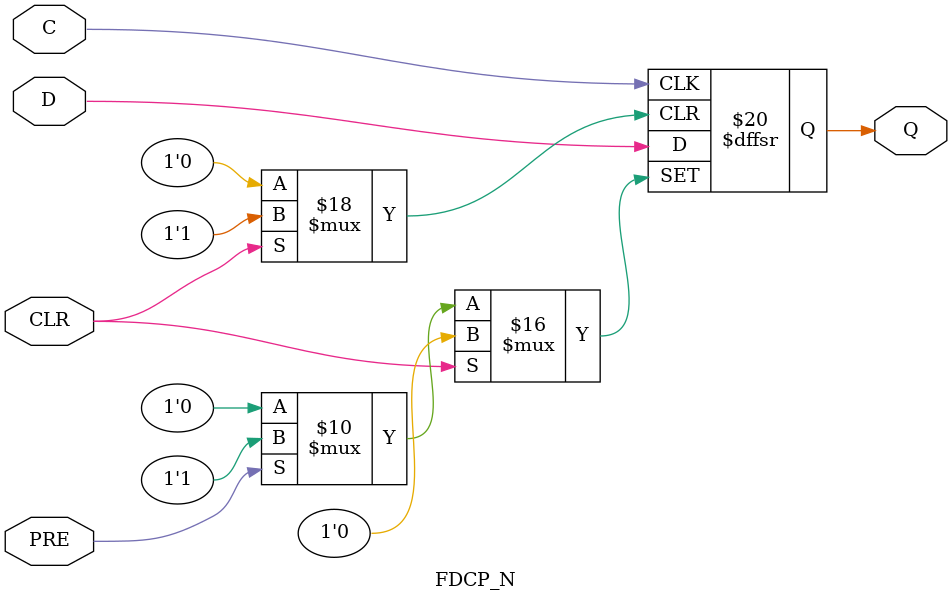
<source format=v>
module IBUF(input I, output O);
    assign O = I;
endmodule

module IOBUFE(input I, input E, output O, inout IO);
    assign O = IO;
    assign IO = E ? I : 1'bz;
endmodule

module ANDTERM(IN, IN_B, OUT);
    parameter TRUE_INP = 0;
    parameter COMP_INP = 0;

    input [TRUE_INP-1:0] IN;
    input [COMP_INP-1:0] IN_B;
    output reg OUT;

    integer i;

    always @(*) begin
        OUT = 1;
        for (i = 0; i < TRUE_INP; i=i+1)
            OUT = OUT & IN[i];
        for (i = 0; i < COMP_INP; i=i+1)
            OUT = OUT & ~IN_B[i];
    end
endmodule

module ORTERM(IN, OUT);
    parameter WIDTH = 0;

    input [WIDTH-1:0] IN;
    output reg OUT;

    integer i;

    always @(*) begin
        OUT = 0;
        for (i = 0; i < WIDTH; i=i+1) begin
            OUT = OUT | IN[i];
        end
    end
endmodule

module MACROCELL_XOR(IN_PTC, IN_ORTERM, OUT);
    parameter INVERT_OUT = 0;

    input IN_PTC;
    input IN_ORTERM;
    output wire OUT;

    wire xor_intermed;

    assign OUT = INVERT_OUT ? ~xor_intermed : xor_intermed;
    assign xor_intermed = IN_ORTERM ^ IN_PTC;
endmodule

module FDCP (C, PRE, CLR, D, Q);
    parameter INIT = 0;

    input C, PRE, CLR, D;
    output reg Q;

    initial begin
        Q <= INIT;
    end

    always @(posedge C, posedge PRE, posedge CLR) begin
        if (CLR == 1)
            Q <= 0;
        else if (PRE == 1)
            Q <= 1;
        else
            Q <= D;
    end
endmodule

module FDCP_N (C, PRE, CLR, D, Q);
    parameter INIT = 0;

    input C, PRE, CLR, D;
    output reg Q;

    initial begin
        Q <= INIT;
    end

    always @(negedge C, posedge PRE, posedge CLR) begin
        if (CLR == 1)
            Q <= 0;
        else if (PRE == 1)
            Q <= 1;
        else
            Q <= D;
    end
endmodule

</source>
